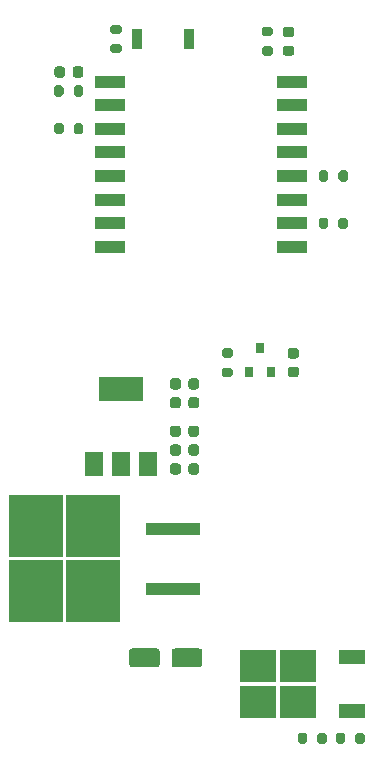
<source format=gbr>
%TF.GenerationSoftware,KiCad,Pcbnew,(5.1.8)-1*%
%TF.CreationDate,2022-05-15T10:40:37+08:00*%
%TF.ProjectId,smartkey-dc-pwm-60w,736d6172-746b-4657-992d-64632d70776d,rev?*%
%TF.SameCoordinates,Original*%
%TF.FileFunction,Paste,Top*%
%TF.FilePolarity,Positive*%
%FSLAX46Y46*%
G04 Gerber Fmt 4.6, Leading zero omitted, Abs format (unit mm)*
G04 Created by KiCad (PCBNEW (5.1.8)-1) date 2022-05-15 10:40:37*
%MOMM*%
%LPD*%
G01*
G04 APERTURE LIST*
%ADD10R,1.500000X2.000000*%
%ADD11R,3.800000X2.000000*%
%ADD12R,4.550000X5.250000*%
%ADD13R,4.600000X1.100000*%
%ADD14R,0.900000X1.700000*%
%ADD15R,3.050000X2.750000*%
%ADD16R,2.200000X1.200000*%
%ADD17R,2.600000X1.100000*%
%ADD18R,0.800000X0.900000*%
G04 APERTURE END LIST*
%TO.C,R9*%
G36*
G01*
X150200000Y-50675000D02*
X150200000Y-50125000D01*
G75*
G02*
X150400000Y-49925000I200000J0D01*
G01*
X150800000Y-49925000D01*
G75*
G02*
X151000000Y-50125000I0J-200000D01*
G01*
X151000000Y-50675000D01*
G75*
G02*
X150800000Y-50875000I-200000J0D01*
G01*
X150400000Y-50875000D01*
G75*
G02*
X150200000Y-50675000I0J200000D01*
G01*
G37*
G36*
G01*
X148550000Y-50675000D02*
X148550000Y-50125000D01*
G75*
G02*
X148750000Y-49925000I200000J0D01*
G01*
X149150000Y-49925000D01*
G75*
G02*
X149350000Y-50125000I0J-200000D01*
G01*
X149350000Y-50675000D01*
G75*
G02*
X149150000Y-50875000I-200000J0D01*
G01*
X148750000Y-50875000D01*
G75*
G02*
X148550000Y-50675000I0J200000D01*
G01*
G37*
%TD*%
%TO.C,R7*%
G36*
G01*
X151650000Y-94275000D02*
X151650000Y-93725000D01*
G75*
G02*
X151850000Y-93525000I200000J0D01*
G01*
X152250000Y-93525000D01*
G75*
G02*
X152450000Y-93725000I0J-200000D01*
G01*
X152450000Y-94275000D01*
G75*
G02*
X152250000Y-94475000I-200000J0D01*
G01*
X151850000Y-94475000D01*
G75*
G02*
X151650000Y-94275000I0J200000D01*
G01*
G37*
G36*
G01*
X150000000Y-94275000D02*
X150000000Y-93725000D01*
G75*
G02*
X150200000Y-93525000I200000J0D01*
G01*
X150600000Y-93525000D01*
G75*
G02*
X150800000Y-93725000I0J-200000D01*
G01*
X150800000Y-94275000D01*
G75*
G02*
X150600000Y-94475000I-200000J0D01*
G01*
X150200000Y-94475000D01*
G75*
G02*
X150000000Y-94275000I0J200000D01*
G01*
G37*
%TD*%
%TO.C,R8*%
G36*
G01*
X147575000Y-93725000D02*
X147575000Y-94275000D01*
G75*
G02*
X147375000Y-94475000I-200000J0D01*
G01*
X146975000Y-94475000D01*
G75*
G02*
X146775000Y-94275000I0J200000D01*
G01*
X146775000Y-93725000D01*
G75*
G02*
X146975000Y-93525000I200000J0D01*
G01*
X147375000Y-93525000D01*
G75*
G02*
X147575000Y-93725000I0J-200000D01*
G01*
G37*
G36*
G01*
X149225000Y-93725000D02*
X149225000Y-94275000D01*
G75*
G02*
X149025000Y-94475000I-200000J0D01*
G01*
X148625000Y-94475000D01*
G75*
G02*
X148425000Y-94275000I0J200000D01*
G01*
X148425000Y-93725000D01*
G75*
G02*
X148625000Y-93525000I200000J0D01*
G01*
X149025000Y-93525000D01*
G75*
G02*
X149225000Y-93725000I0J-200000D01*
G01*
G37*
%TD*%
D10*
%TO.C,U3*%
X129500000Y-70750000D03*
X134100000Y-70750000D03*
X131800000Y-70750000D03*
D11*
X131800000Y-64450000D03*
%TD*%
D12*
%TO.C,U2*%
X129450000Y-76025000D03*
X124600000Y-81575000D03*
X129450000Y-81575000D03*
X124600000Y-76025000D03*
D13*
X136175000Y-76260000D03*
X136175000Y-81340000D03*
%TD*%
%TO.C,C7*%
G36*
G01*
X137525000Y-64250000D02*
X137525000Y-63750000D01*
G75*
G02*
X137750000Y-63525000I225000J0D01*
G01*
X138200000Y-63525000D01*
G75*
G02*
X138425000Y-63750000I0J-225000D01*
G01*
X138425000Y-64250000D01*
G75*
G02*
X138200000Y-64475000I-225000J0D01*
G01*
X137750000Y-64475000D01*
G75*
G02*
X137525000Y-64250000I0J225000D01*
G01*
G37*
G36*
G01*
X135975000Y-64250000D02*
X135975000Y-63750000D01*
G75*
G02*
X136200000Y-63525000I225000J0D01*
G01*
X136650000Y-63525000D01*
G75*
G02*
X136875000Y-63750000I0J-225000D01*
G01*
X136875000Y-64250000D01*
G75*
G02*
X136650000Y-64475000I-225000J0D01*
G01*
X136200000Y-64475000D01*
G75*
G02*
X135975000Y-64250000I0J225000D01*
G01*
G37*
%TD*%
%TO.C,C6*%
G36*
G01*
X137525000Y-65850000D02*
X137525000Y-65350000D01*
G75*
G02*
X137750000Y-65125000I225000J0D01*
G01*
X138200000Y-65125000D01*
G75*
G02*
X138425000Y-65350000I0J-225000D01*
G01*
X138425000Y-65850000D01*
G75*
G02*
X138200000Y-66075000I-225000J0D01*
G01*
X137750000Y-66075000D01*
G75*
G02*
X137525000Y-65850000I0J225000D01*
G01*
G37*
G36*
G01*
X135975000Y-65850000D02*
X135975000Y-65350000D01*
G75*
G02*
X136200000Y-65125000I225000J0D01*
G01*
X136650000Y-65125000D01*
G75*
G02*
X136875000Y-65350000I0J-225000D01*
G01*
X136875000Y-65850000D01*
G75*
G02*
X136650000Y-66075000I-225000J0D01*
G01*
X136200000Y-66075000D01*
G75*
G02*
X135975000Y-65850000I0J225000D01*
G01*
G37*
%TD*%
%TO.C,C5*%
G36*
G01*
X137525000Y-68250000D02*
X137525000Y-67750000D01*
G75*
G02*
X137750000Y-67525000I225000J0D01*
G01*
X138200000Y-67525000D01*
G75*
G02*
X138425000Y-67750000I0J-225000D01*
G01*
X138425000Y-68250000D01*
G75*
G02*
X138200000Y-68475000I-225000J0D01*
G01*
X137750000Y-68475000D01*
G75*
G02*
X137525000Y-68250000I0J225000D01*
G01*
G37*
G36*
G01*
X135975000Y-68250000D02*
X135975000Y-67750000D01*
G75*
G02*
X136200000Y-67525000I225000J0D01*
G01*
X136650000Y-67525000D01*
G75*
G02*
X136875000Y-67750000I0J-225000D01*
G01*
X136875000Y-68250000D01*
G75*
G02*
X136650000Y-68475000I-225000J0D01*
G01*
X136200000Y-68475000D01*
G75*
G02*
X135975000Y-68250000I0J225000D01*
G01*
G37*
%TD*%
%TO.C,C4*%
G36*
G01*
X137525000Y-69850000D02*
X137525000Y-69350000D01*
G75*
G02*
X137750000Y-69125000I225000J0D01*
G01*
X138200000Y-69125000D01*
G75*
G02*
X138425000Y-69350000I0J-225000D01*
G01*
X138425000Y-69850000D01*
G75*
G02*
X138200000Y-70075000I-225000J0D01*
G01*
X137750000Y-70075000D01*
G75*
G02*
X137525000Y-69850000I0J225000D01*
G01*
G37*
G36*
G01*
X135975000Y-69850000D02*
X135975000Y-69350000D01*
G75*
G02*
X136200000Y-69125000I225000J0D01*
G01*
X136650000Y-69125000D01*
G75*
G02*
X136875000Y-69350000I0J-225000D01*
G01*
X136875000Y-69850000D01*
G75*
G02*
X136650000Y-70075000I-225000J0D01*
G01*
X136200000Y-70075000D01*
G75*
G02*
X135975000Y-69850000I0J225000D01*
G01*
G37*
%TD*%
%TO.C,C3*%
G36*
G01*
X137525000Y-71450000D02*
X137525000Y-70950000D01*
G75*
G02*
X137750000Y-70725000I225000J0D01*
G01*
X138200000Y-70725000D01*
G75*
G02*
X138425000Y-70950000I0J-225000D01*
G01*
X138425000Y-71450000D01*
G75*
G02*
X138200000Y-71675000I-225000J0D01*
G01*
X137750000Y-71675000D01*
G75*
G02*
X137525000Y-71450000I0J225000D01*
G01*
G37*
G36*
G01*
X135975000Y-71450000D02*
X135975000Y-70950000D01*
G75*
G02*
X136200000Y-70725000I225000J0D01*
G01*
X136650000Y-70725000D01*
G75*
G02*
X136875000Y-70950000I0J-225000D01*
G01*
X136875000Y-71450000D01*
G75*
G02*
X136650000Y-71675000I-225000J0D01*
G01*
X136200000Y-71675000D01*
G75*
G02*
X135975000Y-71450000I0J225000D01*
G01*
G37*
%TD*%
%TO.C,C2*%
G36*
G01*
X135100000Y-86650000D02*
X135100000Y-87750000D01*
G75*
G02*
X134850000Y-88000000I-250000J0D01*
G01*
X132750000Y-88000000D01*
G75*
G02*
X132500000Y-87750000I0J250000D01*
G01*
X132500000Y-86650000D01*
G75*
G02*
X132750000Y-86400000I250000J0D01*
G01*
X134850000Y-86400000D01*
G75*
G02*
X135100000Y-86650000I0J-250000D01*
G01*
G37*
G36*
G01*
X138700000Y-86650000D02*
X138700000Y-87750000D01*
G75*
G02*
X138450000Y-88000000I-250000J0D01*
G01*
X136350000Y-88000000D01*
G75*
G02*
X136100000Y-87750000I0J250000D01*
G01*
X136100000Y-86650000D01*
G75*
G02*
X136350000Y-86400000I250000J0D01*
G01*
X138450000Y-86400000D01*
G75*
G02*
X138700000Y-86650000I0J-250000D01*
G01*
G37*
%TD*%
D14*
%TO.C,SW1*%
X133200000Y-34800000D03*
X137600000Y-34800000D03*
%TD*%
D15*
%TO.C,Q2*%
X146775000Y-87875000D03*
X143425000Y-90925000D03*
X146775000Y-90925000D03*
X143425000Y-87875000D03*
D16*
X151400000Y-87120000D03*
X151400000Y-91680000D03*
%TD*%
D17*
%TO.C,U1*%
X146300000Y-38400000D03*
X146300000Y-40400000D03*
X146300000Y-42400000D03*
X146300000Y-44400000D03*
X146300000Y-46400000D03*
X146300000Y-48400000D03*
X146300000Y-50400000D03*
X146300000Y-52400000D03*
X130900000Y-52400000D03*
X130900000Y-50400000D03*
X130900000Y-48400000D03*
X130900000Y-46400000D03*
X130900000Y-44400000D03*
X130900000Y-42400000D03*
X130900000Y-40400000D03*
X130900000Y-38400000D03*
%TD*%
%TO.C,R6*%
G36*
G01*
X144475000Y-34575000D02*
X143925000Y-34575000D01*
G75*
G02*
X143725000Y-34375000I0J200000D01*
G01*
X143725000Y-33975000D01*
G75*
G02*
X143925000Y-33775000I200000J0D01*
G01*
X144475000Y-33775000D01*
G75*
G02*
X144675000Y-33975000I0J-200000D01*
G01*
X144675000Y-34375000D01*
G75*
G02*
X144475000Y-34575000I-200000J0D01*
G01*
G37*
G36*
G01*
X144475000Y-36225000D02*
X143925000Y-36225000D01*
G75*
G02*
X143725000Y-36025000I0J200000D01*
G01*
X143725000Y-35625000D01*
G75*
G02*
X143925000Y-35425000I200000J0D01*
G01*
X144475000Y-35425000D01*
G75*
G02*
X144675000Y-35625000I0J-200000D01*
G01*
X144675000Y-36025000D01*
G75*
G02*
X144475000Y-36225000I-200000J0D01*
G01*
G37*
%TD*%
%TO.C,R5*%
G36*
G01*
X141075000Y-61775000D02*
X140525000Y-61775000D01*
G75*
G02*
X140325000Y-61575000I0J200000D01*
G01*
X140325000Y-61175000D01*
G75*
G02*
X140525000Y-60975000I200000J0D01*
G01*
X141075000Y-60975000D01*
G75*
G02*
X141275000Y-61175000I0J-200000D01*
G01*
X141275000Y-61575000D01*
G75*
G02*
X141075000Y-61775000I-200000J0D01*
G01*
G37*
G36*
G01*
X141075000Y-63425000D02*
X140525000Y-63425000D01*
G75*
G02*
X140325000Y-63225000I0J200000D01*
G01*
X140325000Y-62825000D01*
G75*
G02*
X140525000Y-62625000I200000J0D01*
G01*
X141075000Y-62625000D01*
G75*
G02*
X141275000Y-62825000I0J-200000D01*
G01*
X141275000Y-63225000D01*
G75*
G02*
X141075000Y-63425000I-200000J0D01*
G01*
G37*
%TD*%
%TO.C,R4*%
G36*
G01*
X131125000Y-35225000D02*
X131675000Y-35225000D01*
G75*
G02*
X131875000Y-35425000I0J-200000D01*
G01*
X131875000Y-35825000D01*
G75*
G02*
X131675000Y-36025000I-200000J0D01*
G01*
X131125000Y-36025000D01*
G75*
G02*
X130925000Y-35825000I0J200000D01*
G01*
X130925000Y-35425000D01*
G75*
G02*
X131125000Y-35225000I200000J0D01*
G01*
G37*
G36*
G01*
X131125000Y-33575000D02*
X131675000Y-33575000D01*
G75*
G02*
X131875000Y-33775000I0J-200000D01*
G01*
X131875000Y-34175000D01*
G75*
G02*
X131675000Y-34375000I-200000J0D01*
G01*
X131125000Y-34375000D01*
G75*
G02*
X130925000Y-34175000I0J200000D01*
G01*
X130925000Y-33775000D01*
G75*
G02*
X131125000Y-33575000I200000J0D01*
G01*
G37*
%TD*%
%TO.C,R3*%
G36*
G01*
X127825000Y-42675000D02*
X127825000Y-42125000D01*
G75*
G02*
X128025000Y-41925000I200000J0D01*
G01*
X128425000Y-41925000D01*
G75*
G02*
X128625000Y-42125000I0J-200000D01*
G01*
X128625000Y-42675000D01*
G75*
G02*
X128425000Y-42875000I-200000J0D01*
G01*
X128025000Y-42875000D01*
G75*
G02*
X127825000Y-42675000I0J200000D01*
G01*
G37*
G36*
G01*
X126175000Y-42675000D02*
X126175000Y-42125000D01*
G75*
G02*
X126375000Y-41925000I200000J0D01*
G01*
X126775000Y-41925000D01*
G75*
G02*
X126975000Y-42125000I0J-200000D01*
G01*
X126975000Y-42675000D01*
G75*
G02*
X126775000Y-42875000I-200000J0D01*
G01*
X126375000Y-42875000D01*
G75*
G02*
X126175000Y-42675000I0J200000D01*
G01*
G37*
%TD*%
%TO.C,R2*%
G36*
G01*
X149375000Y-46125000D02*
X149375000Y-46675000D01*
G75*
G02*
X149175000Y-46875000I-200000J0D01*
G01*
X148775000Y-46875000D01*
G75*
G02*
X148575000Y-46675000I0J200000D01*
G01*
X148575000Y-46125000D01*
G75*
G02*
X148775000Y-45925000I200000J0D01*
G01*
X149175000Y-45925000D01*
G75*
G02*
X149375000Y-46125000I0J-200000D01*
G01*
G37*
G36*
G01*
X151025000Y-46125000D02*
X151025000Y-46675000D01*
G75*
G02*
X150825000Y-46875000I-200000J0D01*
G01*
X150425000Y-46875000D01*
G75*
G02*
X150225000Y-46675000I0J200000D01*
G01*
X150225000Y-46125000D01*
G75*
G02*
X150425000Y-45925000I200000J0D01*
G01*
X150825000Y-45925000D01*
G75*
G02*
X151025000Y-46125000I0J-200000D01*
G01*
G37*
%TD*%
%TO.C,R1*%
G36*
G01*
X127800000Y-39475000D02*
X127800000Y-38925000D01*
G75*
G02*
X128000000Y-38725000I200000J0D01*
G01*
X128400000Y-38725000D01*
G75*
G02*
X128600000Y-38925000I0J-200000D01*
G01*
X128600000Y-39475000D01*
G75*
G02*
X128400000Y-39675000I-200000J0D01*
G01*
X128000000Y-39675000D01*
G75*
G02*
X127800000Y-39475000I0J200000D01*
G01*
G37*
G36*
G01*
X126150000Y-39475000D02*
X126150000Y-38925000D01*
G75*
G02*
X126350000Y-38725000I200000J0D01*
G01*
X126750000Y-38725000D01*
G75*
G02*
X126950000Y-38925000I0J-200000D01*
G01*
X126950000Y-39475000D01*
G75*
G02*
X126750000Y-39675000I-200000J0D01*
G01*
X126350000Y-39675000D01*
G75*
G02*
X126150000Y-39475000I0J200000D01*
G01*
G37*
%TD*%
D18*
%TO.C,Q1*%
X143600000Y-61000000D03*
X144550000Y-63000000D03*
X142650000Y-63000000D03*
%TD*%
%TO.C,D4*%
G36*
G01*
X145743750Y-35350000D02*
X146256250Y-35350000D01*
G75*
G02*
X146475000Y-35568750I0J-218750D01*
G01*
X146475000Y-36006250D01*
G75*
G02*
X146256250Y-36225000I-218750J0D01*
G01*
X145743750Y-36225000D01*
G75*
G02*
X145525000Y-36006250I0J218750D01*
G01*
X145525000Y-35568750D01*
G75*
G02*
X145743750Y-35350000I218750J0D01*
G01*
G37*
G36*
G01*
X145743750Y-33775000D02*
X146256250Y-33775000D01*
G75*
G02*
X146475000Y-33993750I0J-218750D01*
G01*
X146475000Y-34431250D01*
G75*
G02*
X146256250Y-34650000I-218750J0D01*
G01*
X145743750Y-34650000D01*
G75*
G02*
X145525000Y-34431250I0J218750D01*
G01*
X145525000Y-33993750D01*
G75*
G02*
X145743750Y-33775000I218750J0D01*
G01*
G37*
%TD*%
%TO.C,D1*%
G36*
G01*
X146656250Y-61850000D02*
X146143750Y-61850000D01*
G75*
G02*
X145925000Y-61631250I0J218750D01*
G01*
X145925000Y-61193750D01*
G75*
G02*
X146143750Y-60975000I218750J0D01*
G01*
X146656250Y-60975000D01*
G75*
G02*
X146875000Y-61193750I0J-218750D01*
G01*
X146875000Y-61631250D01*
G75*
G02*
X146656250Y-61850000I-218750J0D01*
G01*
G37*
G36*
G01*
X146656250Y-63425000D02*
X146143750Y-63425000D01*
G75*
G02*
X145925000Y-63206250I0J218750D01*
G01*
X145925000Y-62768750D01*
G75*
G02*
X146143750Y-62550000I218750J0D01*
G01*
X146656250Y-62550000D01*
G75*
G02*
X146875000Y-62768750I0J-218750D01*
G01*
X146875000Y-63206250D01*
G75*
G02*
X146656250Y-63425000I-218750J0D01*
G01*
G37*
%TD*%
%TO.C,C1*%
G36*
G01*
X127075000Y-37350000D02*
X127075000Y-37850000D01*
G75*
G02*
X126850000Y-38075000I-225000J0D01*
G01*
X126400000Y-38075000D01*
G75*
G02*
X126175000Y-37850000I0J225000D01*
G01*
X126175000Y-37350000D01*
G75*
G02*
X126400000Y-37125000I225000J0D01*
G01*
X126850000Y-37125000D01*
G75*
G02*
X127075000Y-37350000I0J-225000D01*
G01*
G37*
G36*
G01*
X128625000Y-37350000D02*
X128625000Y-37850000D01*
G75*
G02*
X128400000Y-38075000I-225000J0D01*
G01*
X127950000Y-38075000D01*
G75*
G02*
X127725000Y-37850000I0J225000D01*
G01*
X127725000Y-37350000D01*
G75*
G02*
X127950000Y-37125000I225000J0D01*
G01*
X128400000Y-37125000D01*
G75*
G02*
X128625000Y-37350000I0J-225000D01*
G01*
G37*
%TD*%
M02*

</source>
